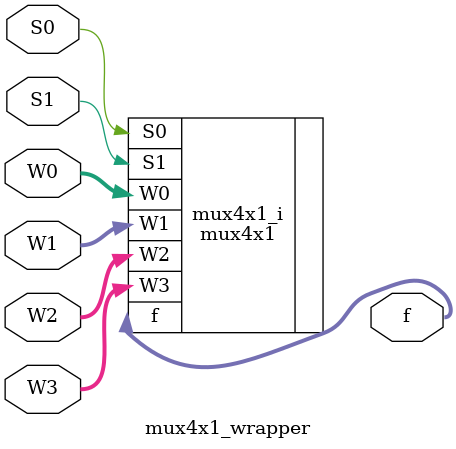
<source format=v>
`timescale 1 ps / 1 ps

module mux4x1_wrapper
   (S0,
    S1,
    W0,
    W1,
    W2,
    W3,
    f);
  input S0;
  input S1;
  input [2:0]W0;
  input [2:0]W1;
  input [2:0]W2;
  input [2:0]W3;
  output [2:0]f;

  wire S0;
  wire S1;
  wire [2:0]W0;
  wire [2:0]W1;
  wire [2:0]W2;
  wire [2:0]W3;
  wire [2:0]f;

  mux4x1 mux4x1_i
       (.S0(S0),
        .S1(S1),
        .W0(W0),
        .W1(W1),
        .W2(W2),
        .W3(W3),
        .f(f));
endmodule

</source>
